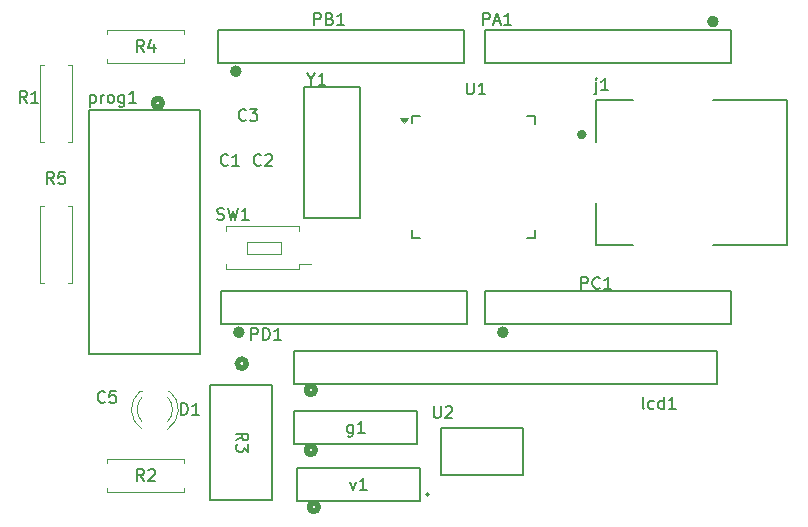
<source format=gbr>
%TF.GenerationSoftware,KiCad,Pcbnew,8.0.4*%
%TF.CreationDate,2024-08-01T20:05:25+05:30*%
%TF.ProjectId,Atmega32,41746d65-6761-4333-922e-6b696361645f,rev?*%
%TF.SameCoordinates,Original*%
%TF.FileFunction,Legend,Top*%
%TF.FilePolarity,Positive*%
%FSLAX46Y46*%
G04 Gerber Fmt 4.6, Leading zero omitted, Abs format (unit mm)*
G04 Created by KiCad (PCBNEW 8.0.4) date 2024-08-01 20:05:25*
%MOMM*%
%LPD*%
G01*
G04 APERTURE LIST*
%ADD10C,0.150000*%
%ADD11C,0.152400*%
%ADD12C,0.508000*%
%ADD13C,0.120000*%
%ADD14C,0.200000*%
%ADD15C,0.400000*%
G04 APERTURE END LIST*
D10*
X138303238Y-45508152D02*
X138303238Y-46508152D01*
X138303238Y-45555771D02*
X138398476Y-45508152D01*
X138398476Y-45508152D02*
X138588952Y-45508152D01*
X138588952Y-45508152D02*
X138684190Y-45555771D01*
X138684190Y-45555771D02*
X138731809Y-45603390D01*
X138731809Y-45603390D02*
X138779428Y-45698628D01*
X138779428Y-45698628D02*
X138779428Y-45984342D01*
X138779428Y-45984342D02*
X138731809Y-46079580D01*
X138731809Y-46079580D02*
X138684190Y-46127200D01*
X138684190Y-46127200D02*
X138588952Y-46174819D01*
X138588952Y-46174819D02*
X138398476Y-46174819D01*
X138398476Y-46174819D02*
X138303238Y-46127200D01*
X139208000Y-46174819D02*
X139208000Y-45508152D01*
X139208000Y-45698628D02*
X139255619Y-45603390D01*
X139255619Y-45603390D02*
X139303238Y-45555771D01*
X139303238Y-45555771D02*
X139398476Y-45508152D01*
X139398476Y-45508152D02*
X139493714Y-45508152D01*
X139969905Y-46174819D02*
X139874667Y-46127200D01*
X139874667Y-46127200D02*
X139827048Y-46079580D01*
X139827048Y-46079580D02*
X139779429Y-45984342D01*
X139779429Y-45984342D02*
X139779429Y-45698628D01*
X139779429Y-45698628D02*
X139827048Y-45603390D01*
X139827048Y-45603390D02*
X139874667Y-45555771D01*
X139874667Y-45555771D02*
X139969905Y-45508152D01*
X139969905Y-45508152D02*
X140112762Y-45508152D01*
X140112762Y-45508152D02*
X140208000Y-45555771D01*
X140208000Y-45555771D02*
X140255619Y-45603390D01*
X140255619Y-45603390D02*
X140303238Y-45698628D01*
X140303238Y-45698628D02*
X140303238Y-45984342D01*
X140303238Y-45984342D02*
X140255619Y-46079580D01*
X140255619Y-46079580D02*
X140208000Y-46127200D01*
X140208000Y-46127200D02*
X140112762Y-46174819D01*
X140112762Y-46174819D02*
X139969905Y-46174819D01*
X141160381Y-45508152D02*
X141160381Y-46317676D01*
X141160381Y-46317676D02*
X141112762Y-46412914D01*
X141112762Y-46412914D02*
X141065143Y-46460533D01*
X141065143Y-46460533D02*
X140969905Y-46508152D01*
X140969905Y-46508152D02*
X140827048Y-46508152D01*
X140827048Y-46508152D02*
X140731810Y-46460533D01*
X141160381Y-46127200D02*
X141065143Y-46174819D01*
X141065143Y-46174819D02*
X140874667Y-46174819D01*
X140874667Y-46174819D02*
X140779429Y-46127200D01*
X140779429Y-46127200D02*
X140731810Y-46079580D01*
X140731810Y-46079580D02*
X140684191Y-45984342D01*
X140684191Y-45984342D02*
X140684191Y-45698628D01*
X140684191Y-45698628D02*
X140731810Y-45603390D01*
X140731810Y-45603390D02*
X140779429Y-45555771D01*
X140779429Y-45555771D02*
X140874667Y-45508152D01*
X140874667Y-45508152D02*
X141065143Y-45508152D01*
X141065143Y-45508152D02*
X141160381Y-45555771D01*
X142160381Y-46174819D02*
X141588953Y-46174819D01*
X141874667Y-46174819D02*
X141874667Y-45174819D01*
X141874667Y-45174819D02*
X141779429Y-45317676D01*
X141779429Y-45317676D02*
X141684191Y-45412914D01*
X141684191Y-45412914D02*
X141588953Y-45460533D01*
X151471333Y-47603580D02*
X151423714Y-47651200D01*
X151423714Y-47651200D02*
X151280857Y-47698819D01*
X151280857Y-47698819D02*
X151185619Y-47698819D01*
X151185619Y-47698819D02*
X151042762Y-47651200D01*
X151042762Y-47651200D02*
X150947524Y-47555961D01*
X150947524Y-47555961D02*
X150899905Y-47460723D01*
X150899905Y-47460723D02*
X150852286Y-47270247D01*
X150852286Y-47270247D02*
X150852286Y-47127390D01*
X150852286Y-47127390D02*
X150899905Y-46936914D01*
X150899905Y-46936914D02*
X150947524Y-46841676D01*
X150947524Y-46841676D02*
X151042762Y-46746438D01*
X151042762Y-46746438D02*
X151185619Y-46698819D01*
X151185619Y-46698819D02*
X151280857Y-46698819D01*
X151280857Y-46698819D02*
X151423714Y-46746438D01*
X151423714Y-46746438D02*
X151471333Y-46794057D01*
X151804667Y-46698819D02*
X152423714Y-46698819D01*
X152423714Y-46698819D02*
X152090381Y-47079771D01*
X152090381Y-47079771D02*
X152233238Y-47079771D01*
X152233238Y-47079771D02*
X152328476Y-47127390D01*
X152328476Y-47127390D02*
X152376095Y-47175009D01*
X152376095Y-47175009D02*
X152423714Y-47270247D01*
X152423714Y-47270247D02*
X152423714Y-47508342D01*
X152423714Y-47508342D02*
X152376095Y-47603580D01*
X152376095Y-47603580D02*
X152328476Y-47651200D01*
X152328476Y-47651200D02*
X152233238Y-47698819D01*
X152233238Y-47698819D02*
X151947524Y-47698819D01*
X151947524Y-47698819D02*
X151852286Y-47651200D01*
X151852286Y-47651200D02*
X151804667Y-47603580D01*
X171553333Y-39570819D02*
X171553333Y-38570819D01*
X171553333Y-38570819D02*
X171934285Y-38570819D01*
X171934285Y-38570819D02*
X172029523Y-38618438D01*
X172029523Y-38618438D02*
X172077142Y-38666057D01*
X172077142Y-38666057D02*
X172124761Y-38761295D01*
X172124761Y-38761295D02*
X172124761Y-38904152D01*
X172124761Y-38904152D02*
X172077142Y-38999390D01*
X172077142Y-38999390D02*
X172029523Y-39047009D01*
X172029523Y-39047009D02*
X171934285Y-39094628D01*
X171934285Y-39094628D02*
X171553333Y-39094628D01*
X172505714Y-39285104D02*
X172981904Y-39285104D01*
X172410476Y-39570819D02*
X172743809Y-38570819D01*
X172743809Y-38570819D02*
X173077142Y-39570819D01*
X173934285Y-39570819D02*
X173362857Y-39570819D01*
X173648571Y-39570819D02*
X173648571Y-38570819D01*
X173648571Y-38570819D02*
X173553333Y-38713676D01*
X173553333Y-38713676D02*
X173458095Y-38808914D01*
X173458095Y-38808914D02*
X173362857Y-38856533D01*
X150675180Y-74763333D02*
X151151371Y-74430000D01*
X150675180Y-74191905D02*
X151675180Y-74191905D01*
X151675180Y-74191905D02*
X151675180Y-74572857D01*
X151675180Y-74572857D02*
X151627561Y-74668095D01*
X151627561Y-74668095D02*
X151579942Y-74715714D01*
X151579942Y-74715714D02*
X151484704Y-74763333D01*
X151484704Y-74763333D02*
X151341847Y-74763333D01*
X151341847Y-74763333D02*
X151246609Y-74715714D01*
X151246609Y-74715714D02*
X151198990Y-74668095D01*
X151198990Y-74668095D02*
X151151371Y-74572857D01*
X151151371Y-74572857D02*
X151151371Y-74191905D01*
X151675180Y-75096667D02*
X151675180Y-75715714D01*
X151675180Y-75715714D02*
X151294228Y-75382381D01*
X151294228Y-75382381D02*
X151294228Y-75525238D01*
X151294228Y-75525238D02*
X151246609Y-75620476D01*
X151246609Y-75620476D02*
X151198990Y-75668095D01*
X151198990Y-75668095D02*
X151103752Y-75715714D01*
X151103752Y-75715714D02*
X150865657Y-75715714D01*
X150865657Y-75715714D02*
X150770419Y-75668095D01*
X150770419Y-75668095D02*
X150722800Y-75620476D01*
X150722800Y-75620476D02*
X150675180Y-75525238D01*
X150675180Y-75525238D02*
X150675180Y-75239524D01*
X150675180Y-75239524D02*
X150722800Y-75144286D01*
X150722800Y-75144286D02*
X150770419Y-75096667D01*
X145985905Y-72590819D02*
X145985905Y-71590819D01*
X145985905Y-71590819D02*
X146224000Y-71590819D01*
X146224000Y-71590819D02*
X146366857Y-71638438D01*
X146366857Y-71638438D02*
X146462095Y-71733676D01*
X146462095Y-71733676D02*
X146509714Y-71828914D01*
X146509714Y-71828914D02*
X146557333Y-72019390D01*
X146557333Y-72019390D02*
X146557333Y-72162247D01*
X146557333Y-72162247D02*
X146509714Y-72352723D01*
X146509714Y-72352723D02*
X146462095Y-72447961D01*
X146462095Y-72447961D02*
X146366857Y-72543200D01*
X146366857Y-72543200D02*
X146224000Y-72590819D01*
X146224000Y-72590819D02*
X145985905Y-72590819D01*
X147509714Y-72590819D02*
X146938286Y-72590819D01*
X147224000Y-72590819D02*
X147224000Y-71590819D01*
X147224000Y-71590819D02*
X147128762Y-71733676D01*
X147128762Y-71733676D02*
X147033524Y-71828914D01*
X147033524Y-71828914D02*
X146938286Y-71876533D01*
X151923905Y-66240819D02*
X151923905Y-65240819D01*
X151923905Y-65240819D02*
X152304857Y-65240819D01*
X152304857Y-65240819D02*
X152400095Y-65288438D01*
X152400095Y-65288438D02*
X152447714Y-65336057D01*
X152447714Y-65336057D02*
X152495333Y-65431295D01*
X152495333Y-65431295D02*
X152495333Y-65574152D01*
X152495333Y-65574152D02*
X152447714Y-65669390D01*
X152447714Y-65669390D02*
X152400095Y-65717009D01*
X152400095Y-65717009D02*
X152304857Y-65764628D01*
X152304857Y-65764628D02*
X151923905Y-65764628D01*
X152923905Y-66240819D02*
X152923905Y-65240819D01*
X152923905Y-65240819D02*
X153162000Y-65240819D01*
X153162000Y-65240819D02*
X153304857Y-65288438D01*
X153304857Y-65288438D02*
X153400095Y-65383676D01*
X153400095Y-65383676D02*
X153447714Y-65478914D01*
X153447714Y-65478914D02*
X153495333Y-65669390D01*
X153495333Y-65669390D02*
X153495333Y-65812247D01*
X153495333Y-65812247D02*
X153447714Y-66002723D01*
X153447714Y-66002723D02*
X153400095Y-66097961D01*
X153400095Y-66097961D02*
X153304857Y-66193200D01*
X153304857Y-66193200D02*
X153162000Y-66240819D01*
X153162000Y-66240819D02*
X152923905Y-66240819D01*
X154447714Y-66240819D02*
X153876286Y-66240819D01*
X154162000Y-66240819D02*
X154162000Y-65240819D01*
X154162000Y-65240819D02*
X154066762Y-65383676D01*
X154066762Y-65383676D02*
X153971524Y-65478914D01*
X153971524Y-65478914D02*
X153876286Y-65526533D01*
X132929333Y-46174819D02*
X132596000Y-45698628D01*
X132357905Y-46174819D02*
X132357905Y-45174819D01*
X132357905Y-45174819D02*
X132738857Y-45174819D01*
X132738857Y-45174819D02*
X132834095Y-45222438D01*
X132834095Y-45222438D02*
X132881714Y-45270057D01*
X132881714Y-45270057D02*
X132929333Y-45365295D01*
X132929333Y-45365295D02*
X132929333Y-45508152D01*
X132929333Y-45508152D02*
X132881714Y-45603390D01*
X132881714Y-45603390D02*
X132834095Y-45651009D01*
X132834095Y-45651009D02*
X132738857Y-45698628D01*
X132738857Y-45698628D02*
X132357905Y-45698628D01*
X133881714Y-46174819D02*
X133310286Y-46174819D01*
X133596000Y-46174819D02*
X133596000Y-45174819D01*
X133596000Y-45174819D02*
X133500762Y-45317676D01*
X133500762Y-45317676D02*
X133405524Y-45412914D01*
X133405524Y-45412914D02*
X133310286Y-45460533D01*
X149947333Y-51413580D02*
X149899714Y-51461200D01*
X149899714Y-51461200D02*
X149756857Y-51508819D01*
X149756857Y-51508819D02*
X149661619Y-51508819D01*
X149661619Y-51508819D02*
X149518762Y-51461200D01*
X149518762Y-51461200D02*
X149423524Y-51365961D01*
X149423524Y-51365961D02*
X149375905Y-51270723D01*
X149375905Y-51270723D02*
X149328286Y-51080247D01*
X149328286Y-51080247D02*
X149328286Y-50937390D01*
X149328286Y-50937390D02*
X149375905Y-50746914D01*
X149375905Y-50746914D02*
X149423524Y-50651676D01*
X149423524Y-50651676D02*
X149518762Y-50556438D01*
X149518762Y-50556438D02*
X149661619Y-50508819D01*
X149661619Y-50508819D02*
X149756857Y-50508819D01*
X149756857Y-50508819D02*
X149899714Y-50556438D01*
X149899714Y-50556438D02*
X149947333Y-50604057D01*
X150899714Y-51508819D02*
X150328286Y-51508819D01*
X150614000Y-51508819D02*
X150614000Y-50508819D01*
X150614000Y-50508819D02*
X150518762Y-50651676D01*
X150518762Y-50651676D02*
X150423524Y-50746914D01*
X150423524Y-50746914D02*
X150328286Y-50794533D01*
X149034667Y-56033200D02*
X149177524Y-56080819D01*
X149177524Y-56080819D02*
X149415619Y-56080819D01*
X149415619Y-56080819D02*
X149510857Y-56033200D01*
X149510857Y-56033200D02*
X149558476Y-55985580D01*
X149558476Y-55985580D02*
X149606095Y-55890342D01*
X149606095Y-55890342D02*
X149606095Y-55795104D01*
X149606095Y-55795104D02*
X149558476Y-55699866D01*
X149558476Y-55699866D02*
X149510857Y-55652247D01*
X149510857Y-55652247D02*
X149415619Y-55604628D01*
X149415619Y-55604628D02*
X149225143Y-55557009D01*
X149225143Y-55557009D02*
X149129905Y-55509390D01*
X149129905Y-55509390D02*
X149082286Y-55461771D01*
X149082286Y-55461771D02*
X149034667Y-55366533D01*
X149034667Y-55366533D02*
X149034667Y-55271295D01*
X149034667Y-55271295D02*
X149082286Y-55176057D01*
X149082286Y-55176057D02*
X149129905Y-55128438D01*
X149129905Y-55128438D02*
X149225143Y-55080819D01*
X149225143Y-55080819D02*
X149463238Y-55080819D01*
X149463238Y-55080819D02*
X149606095Y-55128438D01*
X149939429Y-55080819D02*
X150177524Y-56080819D01*
X150177524Y-56080819D02*
X150368000Y-55366533D01*
X150368000Y-55366533D02*
X150558476Y-56080819D01*
X150558476Y-56080819D02*
X150796572Y-55080819D01*
X151701333Y-56080819D02*
X151129905Y-56080819D01*
X151415619Y-56080819D02*
X151415619Y-55080819D01*
X151415619Y-55080819D02*
X151320381Y-55223676D01*
X151320381Y-55223676D02*
X151225143Y-55318914D01*
X151225143Y-55318914D02*
X151129905Y-55366533D01*
X152741333Y-51413580D02*
X152693714Y-51461200D01*
X152693714Y-51461200D02*
X152550857Y-51508819D01*
X152550857Y-51508819D02*
X152455619Y-51508819D01*
X152455619Y-51508819D02*
X152312762Y-51461200D01*
X152312762Y-51461200D02*
X152217524Y-51365961D01*
X152217524Y-51365961D02*
X152169905Y-51270723D01*
X152169905Y-51270723D02*
X152122286Y-51080247D01*
X152122286Y-51080247D02*
X152122286Y-50937390D01*
X152122286Y-50937390D02*
X152169905Y-50746914D01*
X152169905Y-50746914D02*
X152217524Y-50651676D01*
X152217524Y-50651676D02*
X152312762Y-50556438D01*
X152312762Y-50556438D02*
X152455619Y-50508819D01*
X152455619Y-50508819D02*
X152550857Y-50508819D01*
X152550857Y-50508819D02*
X152693714Y-50556438D01*
X152693714Y-50556438D02*
X152741333Y-50604057D01*
X153122286Y-50604057D02*
X153169905Y-50556438D01*
X153169905Y-50556438D02*
X153265143Y-50508819D01*
X153265143Y-50508819D02*
X153503238Y-50508819D01*
X153503238Y-50508819D02*
X153598476Y-50556438D01*
X153598476Y-50556438D02*
X153646095Y-50604057D01*
X153646095Y-50604057D02*
X153693714Y-50699295D01*
X153693714Y-50699295D02*
X153693714Y-50794533D01*
X153693714Y-50794533D02*
X153646095Y-50937390D01*
X153646095Y-50937390D02*
X153074667Y-51508819D01*
X153074667Y-51508819D02*
X153693714Y-51508819D01*
X179863905Y-61922819D02*
X179863905Y-60922819D01*
X179863905Y-60922819D02*
X180244857Y-60922819D01*
X180244857Y-60922819D02*
X180340095Y-60970438D01*
X180340095Y-60970438D02*
X180387714Y-61018057D01*
X180387714Y-61018057D02*
X180435333Y-61113295D01*
X180435333Y-61113295D02*
X180435333Y-61256152D01*
X180435333Y-61256152D02*
X180387714Y-61351390D01*
X180387714Y-61351390D02*
X180340095Y-61399009D01*
X180340095Y-61399009D02*
X180244857Y-61446628D01*
X180244857Y-61446628D02*
X179863905Y-61446628D01*
X181435333Y-61827580D02*
X181387714Y-61875200D01*
X181387714Y-61875200D02*
X181244857Y-61922819D01*
X181244857Y-61922819D02*
X181149619Y-61922819D01*
X181149619Y-61922819D02*
X181006762Y-61875200D01*
X181006762Y-61875200D02*
X180911524Y-61779961D01*
X180911524Y-61779961D02*
X180863905Y-61684723D01*
X180863905Y-61684723D02*
X180816286Y-61494247D01*
X180816286Y-61494247D02*
X180816286Y-61351390D01*
X180816286Y-61351390D02*
X180863905Y-61160914D01*
X180863905Y-61160914D02*
X180911524Y-61065676D01*
X180911524Y-61065676D02*
X181006762Y-60970438D01*
X181006762Y-60970438D02*
X181149619Y-60922819D01*
X181149619Y-60922819D02*
X181244857Y-60922819D01*
X181244857Y-60922819D02*
X181387714Y-60970438D01*
X181387714Y-60970438D02*
X181435333Y-61018057D01*
X182387714Y-61922819D02*
X181816286Y-61922819D01*
X182102000Y-61922819D02*
X182102000Y-60922819D01*
X182102000Y-60922819D02*
X182006762Y-61065676D01*
X182006762Y-61065676D02*
X181911524Y-61160914D01*
X181911524Y-61160914D02*
X181816286Y-61208533D01*
X185197904Y-72082819D02*
X185102666Y-72035200D01*
X185102666Y-72035200D02*
X185055047Y-71939961D01*
X185055047Y-71939961D02*
X185055047Y-71082819D01*
X186007428Y-72035200D02*
X185912190Y-72082819D01*
X185912190Y-72082819D02*
X185721714Y-72082819D01*
X185721714Y-72082819D02*
X185626476Y-72035200D01*
X185626476Y-72035200D02*
X185578857Y-71987580D01*
X185578857Y-71987580D02*
X185531238Y-71892342D01*
X185531238Y-71892342D02*
X185531238Y-71606628D01*
X185531238Y-71606628D02*
X185578857Y-71511390D01*
X185578857Y-71511390D02*
X185626476Y-71463771D01*
X185626476Y-71463771D02*
X185721714Y-71416152D01*
X185721714Y-71416152D02*
X185912190Y-71416152D01*
X185912190Y-71416152D02*
X186007428Y-71463771D01*
X186864571Y-72082819D02*
X186864571Y-71082819D01*
X186864571Y-72035200D02*
X186769333Y-72082819D01*
X186769333Y-72082819D02*
X186578857Y-72082819D01*
X186578857Y-72082819D02*
X186483619Y-72035200D01*
X186483619Y-72035200D02*
X186436000Y-71987580D01*
X186436000Y-71987580D02*
X186388381Y-71892342D01*
X186388381Y-71892342D02*
X186388381Y-71606628D01*
X186388381Y-71606628D02*
X186436000Y-71511390D01*
X186436000Y-71511390D02*
X186483619Y-71463771D01*
X186483619Y-71463771D02*
X186578857Y-71416152D01*
X186578857Y-71416152D02*
X186769333Y-71416152D01*
X186769333Y-71416152D02*
X186864571Y-71463771D01*
X187864571Y-72082819D02*
X187293143Y-72082819D01*
X187578857Y-72082819D02*
X187578857Y-71082819D01*
X187578857Y-71082819D02*
X187483619Y-71225676D01*
X187483619Y-71225676D02*
X187388381Y-71320914D01*
X187388381Y-71320914D02*
X187293143Y-71368533D01*
X167386095Y-71844819D02*
X167386095Y-72654342D01*
X167386095Y-72654342D02*
X167433714Y-72749580D01*
X167433714Y-72749580D02*
X167481333Y-72797200D01*
X167481333Y-72797200D02*
X167576571Y-72844819D01*
X167576571Y-72844819D02*
X167767047Y-72844819D01*
X167767047Y-72844819D02*
X167862285Y-72797200D01*
X167862285Y-72797200D02*
X167909904Y-72749580D01*
X167909904Y-72749580D02*
X167957523Y-72654342D01*
X167957523Y-72654342D02*
X167957523Y-71844819D01*
X168386095Y-71940057D02*
X168433714Y-71892438D01*
X168433714Y-71892438D02*
X168528952Y-71844819D01*
X168528952Y-71844819D02*
X168767047Y-71844819D01*
X168767047Y-71844819D02*
X168862285Y-71892438D01*
X168862285Y-71892438D02*
X168909904Y-71940057D01*
X168909904Y-71940057D02*
X168957523Y-72035295D01*
X168957523Y-72035295D02*
X168957523Y-72130533D01*
X168957523Y-72130533D02*
X168909904Y-72273390D01*
X168909904Y-72273390D02*
X168338476Y-72844819D01*
X168338476Y-72844819D02*
X168957523Y-72844819D01*
X181133810Y-44448152D02*
X181133810Y-45305295D01*
X181133810Y-45305295D02*
X181086191Y-45400533D01*
X181086191Y-45400533D02*
X180990953Y-45448152D01*
X180990953Y-45448152D02*
X180943334Y-45448152D01*
X181133810Y-44114819D02*
X181086191Y-44162438D01*
X181086191Y-44162438D02*
X181133810Y-44210057D01*
X181133810Y-44210057D02*
X181181429Y-44162438D01*
X181181429Y-44162438D02*
X181133810Y-44114819D01*
X181133810Y-44114819D02*
X181133810Y-44210057D01*
X182133809Y-45114819D02*
X181562381Y-45114819D01*
X181848095Y-45114819D02*
X181848095Y-44114819D01*
X181848095Y-44114819D02*
X181752857Y-44257676D01*
X181752857Y-44257676D02*
X181657619Y-44352914D01*
X181657619Y-44352914D02*
X181562381Y-44400533D01*
X157257905Y-39570819D02*
X157257905Y-38570819D01*
X157257905Y-38570819D02*
X157638857Y-38570819D01*
X157638857Y-38570819D02*
X157734095Y-38618438D01*
X157734095Y-38618438D02*
X157781714Y-38666057D01*
X157781714Y-38666057D02*
X157829333Y-38761295D01*
X157829333Y-38761295D02*
X157829333Y-38904152D01*
X157829333Y-38904152D02*
X157781714Y-38999390D01*
X157781714Y-38999390D02*
X157734095Y-39047009D01*
X157734095Y-39047009D02*
X157638857Y-39094628D01*
X157638857Y-39094628D02*
X157257905Y-39094628D01*
X158591238Y-39047009D02*
X158734095Y-39094628D01*
X158734095Y-39094628D02*
X158781714Y-39142247D01*
X158781714Y-39142247D02*
X158829333Y-39237485D01*
X158829333Y-39237485D02*
X158829333Y-39380342D01*
X158829333Y-39380342D02*
X158781714Y-39475580D01*
X158781714Y-39475580D02*
X158734095Y-39523200D01*
X158734095Y-39523200D02*
X158638857Y-39570819D01*
X158638857Y-39570819D02*
X158257905Y-39570819D01*
X158257905Y-39570819D02*
X158257905Y-38570819D01*
X158257905Y-38570819D02*
X158591238Y-38570819D01*
X158591238Y-38570819D02*
X158686476Y-38618438D01*
X158686476Y-38618438D02*
X158734095Y-38666057D01*
X158734095Y-38666057D02*
X158781714Y-38761295D01*
X158781714Y-38761295D02*
X158781714Y-38856533D01*
X158781714Y-38856533D02*
X158734095Y-38951771D01*
X158734095Y-38951771D02*
X158686476Y-38999390D01*
X158686476Y-38999390D02*
X158591238Y-39047009D01*
X158591238Y-39047009D02*
X158257905Y-39047009D01*
X159781714Y-39570819D02*
X159210286Y-39570819D01*
X159496000Y-39570819D02*
X159496000Y-38570819D01*
X159496000Y-38570819D02*
X159400762Y-38713676D01*
X159400762Y-38713676D02*
X159305524Y-38808914D01*
X159305524Y-38808914D02*
X159210286Y-38856533D01*
X135215333Y-53032819D02*
X134882000Y-52556628D01*
X134643905Y-53032819D02*
X134643905Y-52032819D01*
X134643905Y-52032819D02*
X135024857Y-52032819D01*
X135024857Y-52032819D02*
X135120095Y-52080438D01*
X135120095Y-52080438D02*
X135167714Y-52128057D01*
X135167714Y-52128057D02*
X135215333Y-52223295D01*
X135215333Y-52223295D02*
X135215333Y-52366152D01*
X135215333Y-52366152D02*
X135167714Y-52461390D01*
X135167714Y-52461390D02*
X135120095Y-52509009D01*
X135120095Y-52509009D02*
X135024857Y-52556628D01*
X135024857Y-52556628D02*
X134643905Y-52556628D01*
X136120095Y-52032819D02*
X135643905Y-52032819D01*
X135643905Y-52032819D02*
X135596286Y-52509009D01*
X135596286Y-52509009D02*
X135643905Y-52461390D01*
X135643905Y-52461390D02*
X135739143Y-52413771D01*
X135739143Y-52413771D02*
X135977238Y-52413771D01*
X135977238Y-52413771D02*
X136072476Y-52461390D01*
X136072476Y-52461390D02*
X136120095Y-52509009D01*
X136120095Y-52509009D02*
X136167714Y-52604247D01*
X136167714Y-52604247D02*
X136167714Y-52842342D01*
X136167714Y-52842342D02*
X136120095Y-52937580D01*
X136120095Y-52937580D02*
X136072476Y-52985200D01*
X136072476Y-52985200D02*
X135977238Y-53032819D01*
X135977238Y-53032819D02*
X135739143Y-53032819D01*
X135739143Y-53032819D02*
X135643905Y-52985200D01*
X135643905Y-52985200D02*
X135596286Y-52937580D01*
X160321714Y-78274152D02*
X160559809Y-78940819D01*
X160559809Y-78940819D02*
X160797904Y-78274152D01*
X161702666Y-78940819D02*
X161131238Y-78940819D01*
X161416952Y-78940819D02*
X161416952Y-77940819D01*
X161416952Y-77940819D02*
X161321714Y-78083676D01*
X161321714Y-78083676D02*
X161226476Y-78178914D01*
X161226476Y-78178914D02*
X161131238Y-78226533D01*
X139533333Y-71479580D02*
X139485714Y-71527200D01*
X139485714Y-71527200D02*
X139342857Y-71574819D01*
X139342857Y-71574819D02*
X139247619Y-71574819D01*
X139247619Y-71574819D02*
X139104762Y-71527200D01*
X139104762Y-71527200D02*
X139009524Y-71431961D01*
X139009524Y-71431961D02*
X138961905Y-71336723D01*
X138961905Y-71336723D02*
X138914286Y-71146247D01*
X138914286Y-71146247D02*
X138914286Y-71003390D01*
X138914286Y-71003390D02*
X138961905Y-70812914D01*
X138961905Y-70812914D02*
X139009524Y-70717676D01*
X139009524Y-70717676D02*
X139104762Y-70622438D01*
X139104762Y-70622438D02*
X139247619Y-70574819D01*
X139247619Y-70574819D02*
X139342857Y-70574819D01*
X139342857Y-70574819D02*
X139485714Y-70622438D01*
X139485714Y-70622438D02*
X139533333Y-70670057D01*
X140438095Y-70574819D02*
X139961905Y-70574819D01*
X139961905Y-70574819D02*
X139914286Y-71051009D01*
X139914286Y-71051009D02*
X139961905Y-71003390D01*
X139961905Y-71003390D02*
X140057143Y-70955771D01*
X140057143Y-70955771D02*
X140295238Y-70955771D01*
X140295238Y-70955771D02*
X140390476Y-71003390D01*
X140390476Y-71003390D02*
X140438095Y-71051009D01*
X140438095Y-71051009D02*
X140485714Y-71146247D01*
X140485714Y-71146247D02*
X140485714Y-71384342D01*
X140485714Y-71384342D02*
X140438095Y-71479580D01*
X140438095Y-71479580D02*
X140390476Y-71527200D01*
X140390476Y-71527200D02*
X140295238Y-71574819D01*
X140295238Y-71574819D02*
X140057143Y-71574819D01*
X140057143Y-71574819D02*
X139961905Y-71527200D01*
X139961905Y-71527200D02*
X139914286Y-71479580D01*
X157003809Y-44174628D02*
X157003809Y-44650819D01*
X156670476Y-43650819D02*
X157003809Y-44174628D01*
X157003809Y-44174628D02*
X157337142Y-43650819D01*
X158194285Y-44650819D02*
X157622857Y-44650819D01*
X157908571Y-44650819D02*
X157908571Y-43650819D01*
X157908571Y-43650819D02*
X157813333Y-43793676D01*
X157813333Y-43793676D02*
X157718095Y-43888914D01*
X157718095Y-43888914D02*
X157622857Y-43936533D01*
X142835333Y-41856819D02*
X142502000Y-41380628D01*
X142263905Y-41856819D02*
X142263905Y-40856819D01*
X142263905Y-40856819D02*
X142644857Y-40856819D01*
X142644857Y-40856819D02*
X142740095Y-40904438D01*
X142740095Y-40904438D02*
X142787714Y-40952057D01*
X142787714Y-40952057D02*
X142835333Y-41047295D01*
X142835333Y-41047295D02*
X142835333Y-41190152D01*
X142835333Y-41190152D02*
X142787714Y-41285390D01*
X142787714Y-41285390D02*
X142740095Y-41333009D01*
X142740095Y-41333009D02*
X142644857Y-41380628D01*
X142644857Y-41380628D02*
X142263905Y-41380628D01*
X143692476Y-41190152D02*
X143692476Y-41856819D01*
X143454381Y-40809200D02*
X143216286Y-41523485D01*
X143216286Y-41523485D02*
X143835333Y-41523485D01*
X170180095Y-44470819D02*
X170180095Y-45280342D01*
X170180095Y-45280342D02*
X170227714Y-45375580D01*
X170227714Y-45375580D02*
X170275333Y-45423200D01*
X170275333Y-45423200D02*
X170370571Y-45470819D01*
X170370571Y-45470819D02*
X170561047Y-45470819D01*
X170561047Y-45470819D02*
X170656285Y-45423200D01*
X170656285Y-45423200D02*
X170703904Y-45375580D01*
X170703904Y-45375580D02*
X170751523Y-45280342D01*
X170751523Y-45280342D02*
X170751523Y-44470819D01*
X171751523Y-45470819D02*
X171180095Y-45470819D01*
X171465809Y-45470819D02*
X171465809Y-44470819D01*
X171465809Y-44470819D02*
X171370571Y-44613676D01*
X171370571Y-44613676D02*
X171275333Y-44708914D01*
X171275333Y-44708914D02*
X171180095Y-44756533D01*
X160520095Y-73448152D02*
X160520095Y-74257676D01*
X160520095Y-74257676D02*
X160472476Y-74352914D01*
X160472476Y-74352914D02*
X160424857Y-74400533D01*
X160424857Y-74400533D02*
X160329619Y-74448152D01*
X160329619Y-74448152D02*
X160186762Y-74448152D01*
X160186762Y-74448152D02*
X160091524Y-74400533D01*
X160520095Y-74067200D02*
X160424857Y-74114819D01*
X160424857Y-74114819D02*
X160234381Y-74114819D01*
X160234381Y-74114819D02*
X160139143Y-74067200D01*
X160139143Y-74067200D02*
X160091524Y-74019580D01*
X160091524Y-74019580D02*
X160043905Y-73924342D01*
X160043905Y-73924342D02*
X160043905Y-73638628D01*
X160043905Y-73638628D02*
X160091524Y-73543390D01*
X160091524Y-73543390D02*
X160139143Y-73495771D01*
X160139143Y-73495771D02*
X160234381Y-73448152D01*
X160234381Y-73448152D02*
X160424857Y-73448152D01*
X160424857Y-73448152D02*
X160520095Y-73495771D01*
X161520095Y-74114819D02*
X160948667Y-74114819D01*
X161234381Y-74114819D02*
X161234381Y-73114819D01*
X161234381Y-73114819D02*
X161139143Y-73257676D01*
X161139143Y-73257676D02*
X161043905Y-73352914D01*
X161043905Y-73352914D02*
X160948667Y-73400533D01*
X142835333Y-78178819D02*
X142502000Y-77702628D01*
X142263905Y-78178819D02*
X142263905Y-77178819D01*
X142263905Y-77178819D02*
X142644857Y-77178819D01*
X142644857Y-77178819D02*
X142740095Y-77226438D01*
X142740095Y-77226438D02*
X142787714Y-77274057D01*
X142787714Y-77274057D02*
X142835333Y-77369295D01*
X142835333Y-77369295D02*
X142835333Y-77512152D01*
X142835333Y-77512152D02*
X142787714Y-77607390D01*
X142787714Y-77607390D02*
X142740095Y-77655009D01*
X142740095Y-77655009D02*
X142644857Y-77702628D01*
X142644857Y-77702628D02*
X142263905Y-77702628D01*
X143216286Y-77274057D02*
X143263905Y-77226438D01*
X143263905Y-77226438D02*
X143359143Y-77178819D01*
X143359143Y-77178819D02*
X143597238Y-77178819D01*
X143597238Y-77178819D02*
X143692476Y-77226438D01*
X143692476Y-77226438D02*
X143740095Y-77274057D01*
X143740095Y-77274057D02*
X143787714Y-77369295D01*
X143787714Y-77369295D02*
X143787714Y-77464533D01*
X143787714Y-77464533D02*
X143740095Y-77607390D01*
X143740095Y-77607390D02*
X143168667Y-78178819D01*
X143168667Y-78178819D02*
X143787714Y-78178819D01*
D11*
%TO.C,prog1*%
X138226800Y-46824900D02*
X138226800Y-67475100D01*
X138226800Y-67475100D02*
X147574000Y-67475100D01*
X147574000Y-46824900D02*
X138226800Y-46824900D01*
X147574000Y-67475100D02*
X147574000Y-46824900D01*
D12*
X144399000Y-46189900D02*
G75*
G02*
X143637000Y-46189900I-381000J0D01*
G01*
X143637000Y-46189900D02*
G75*
G02*
X144399000Y-46189900I381000J0D01*
G01*
D11*
%TO.C,PA1*%
X171678600Y-40005000D02*
X171678600Y-42799000D01*
X171678600Y-42799000D02*
X192557400Y-42799000D01*
X192557400Y-40005000D02*
X171678600Y-40005000D01*
X192557400Y-42799000D02*
X192557400Y-40005000D01*
D12*
X191262000Y-39293800D02*
G75*
G02*
X190754000Y-39293800I-254000J0D01*
G01*
X190754000Y-39293800D02*
G75*
G02*
X191262000Y-39293800I254000J0D01*
G01*
D11*
%TO.C,R3*%
X148463000Y-70040500D02*
X148463000Y-79819500D01*
X148463000Y-79819500D02*
X153670000Y-79819500D01*
X153670000Y-70040500D02*
X148463000Y-70040500D01*
X153670000Y-79819500D02*
X153670000Y-70040500D01*
D12*
X151511000Y-68262500D02*
G75*
G02*
X150749000Y-68262500I-381000J0D01*
G01*
X150749000Y-68262500D02*
G75*
G02*
X151511000Y-68262500I381000J0D01*
G01*
D13*
%TO.C,D1*%
X142684000Y-70576000D02*
X142528000Y-70576000D01*
X145000000Y-70576000D02*
X144844000Y-70576000D01*
X142684163Y-73177130D02*
G75*
G02*
X142684000Y-71095039I1079837J1041130D01*
G01*
X142685392Y-73808335D02*
G75*
G02*
X142528484Y-70576000I1078608J1672335D01*
G01*
X144844000Y-71095039D02*
G75*
G02*
X144843837Y-73177130I-1080000J-1040961D01*
G01*
X144999516Y-70576000D02*
G75*
G02*
X144842608Y-73808335I-1235516J-1560000D01*
G01*
D11*
%TO.C,PD1*%
X149326600Y-62103000D02*
X149326600Y-64897000D01*
X149326600Y-64897000D02*
X170205400Y-64897000D01*
X170205400Y-62103000D02*
X149326600Y-62103000D01*
X170205400Y-64897000D02*
X170205400Y-62103000D01*
D12*
X151130000Y-65608200D02*
G75*
G02*
X150622000Y-65608200I-254000J0D01*
G01*
X150622000Y-65608200D02*
G75*
G02*
X151130000Y-65608200I254000J0D01*
G01*
D13*
%TO.C,R1*%
X134012000Y-42958000D02*
X134012000Y-49498000D01*
X134012000Y-49498000D02*
X134342000Y-49498000D01*
X134342000Y-42958000D02*
X134012000Y-42958000D01*
X136422000Y-42958000D02*
X136752000Y-42958000D01*
X136752000Y-42958000D02*
X136752000Y-49498000D01*
X136752000Y-49498000D02*
X136422000Y-49498000D01*
%TO.C,SW1*%
X149808000Y-57030000D02*
X149808000Y-56570000D01*
X149808000Y-60270000D02*
X149808000Y-59810000D01*
X149808000Y-60270000D02*
X156008000Y-60270000D01*
X156008000Y-56570000D02*
X149808000Y-56570000D01*
X156008000Y-57030000D02*
X156008000Y-56570000D01*
X156008000Y-59810000D02*
X157008000Y-59810000D01*
X156008000Y-60270000D02*
X156008000Y-59810000D01*
X154408000Y-58970000D02*
X151558000Y-58970000D01*
X151558000Y-57920000D01*
X154408000Y-57920000D01*
X154408000Y-58970000D01*
D11*
%TO.C,PC1*%
X171678600Y-62103000D02*
X171678600Y-64897000D01*
X171678600Y-64897000D02*
X192557400Y-64897000D01*
X192557400Y-62103000D02*
X171678600Y-62103000D01*
X192557400Y-64897000D02*
X192557400Y-62103000D01*
D12*
X173482000Y-65608200D02*
G75*
G02*
X172974000Y-65608200I-254000J0D01*
G01*
X172974000Y-65608200D02*
G75*
G02*
X173482000Y-65608200I254000J0D01*
G01*
D11*
%TO.C,lcd1*%
X155575000Y-67183000D02*
X155575000Y-69977000D01*
X155575000Y-69977000D02*
X191389000Y-69977000D01*
X191389000Y-67183000D02*
X155575000Y-67183000D01*
X191389000Y-69977000D02*
X191389000Y-67183000D01*
D12*
X157353000Y-70485000D02*
G75*
G02*
X156591000Y-70485000I-381000J0D01*
G01*
X156591000Y-70485000D02*
G75*
G02*
X157353000Y-70485000I381000J0D01*
G01*
D11*
%TO.C,U2*%
X167982900Y-73723500D02*
X167982900Y-77660500D01*
X167982900Y-77660500D02*
X174917100Y-77660500D01*
X174917100Y-73723500D02*
X167982900Y-73723500D01*
X174917100Y-77660500D02*
X174917100Y-73723500D01*
X166966900Y-79336900D02*
G75*
G02*
X166712900Y-79336900I-127000J0D01*
G01*
X166712900Y-79336900D02*
G75*
G02*
X166966900Y-79336900I127000J0D01*
G01*
D14*
%TO.C,j1*%
X181114000Y-45950000D02*
X184214000Y-45950000D01*
X181114000Y-49470000D02*
X181114000Y-45950000D01*
X181114000Y-54670000D02*
X181114000Y-58190000D01*
X181114000Y-58190000D02*
X184214000Y-58190000D01*
X191014000Y-58190000D02*
X197314000Y-58190000D01*
X197314000Y-45950000D02*
X191014000Y-45950000D01*
X197314000Y-58190000D02*
X197314000Y-45950000D01*
D15*
X180114000Y-48870000D02*
G75*
G02*
X179714000Y-48870000I-200000J0D01*
G01*
X179714000Y-48870000D02*
G75*
G02*
X180114000Y-48870000I200000J0D01*
G01*
D11*
%TO.C,PB1*%
X149072600Y-40005000D02*
X149072600Y-42799000D01*
X149072600Y-42799000D02*
X169951400Y-42799000D01*
X169951400Y-40005000D02*
X149072600Y-40005000D01*
X169951400Y-42799000D02*
X169951400Y-40005000D01*
D12*
X150876000Y-43510200D02*
G75*
G02*
X150368000Y-43510200I-254000J0D01*
G01*
X150368000Y-43510200D02*
G75*
G02*
X150876000Y-43510200I254000J0D01*
G01*
D13*
%TO.C,R5*%
X134012000Y-54896000D02*
X134012000Y-61436000D01*
X134012000Y-61436000D02*
X134342000Y-61436000D01*
X134342000Y-54896000D02*
X134012000Y-54896000D01*
X136422000Y-54896000D02*
X136752000Y-54896000D01*
X136752000Y-54896000D02*
X136752000Y-61436000D01*
X136752000Y-61436000D02*
X136422000Y-61436000D01*
D11*
%TO.C,v1*%
X155829000Y-77089000D02*
X155829000Y-79883000D01*
X155829000Y-79883000D02*
X166243000Y-79883000D01*
X166243000Y-77089000D02*
X155829000Y-77089000D01*
X166243000Y-79883000D02*
X166243000Y-77089000D01*
D12*
X157607000Y-80391000D02*
G75*
G02*
X156845000Y-80391000I-381000J0D01*
G01*
X156845000Y-80391000D02*
G75*
G02*
X157607000Y-80391000I381000J0D01*
G01*
D11*
%TO.C,Y1*%
X156375100Y-44842100D02*
X156375100Y-55941900D01*
X156375100Y-44842100D02*
X161124900Y-44842100D01*
X156375100Y-55941900D02*
X161124900Y-55941900D01*
X161124900Y-44842100D02*
X161124900Y-55941900D01*
D13*
%TO.C,R4*%
X139732000Y-40032000D02*
X146272000Y-40032000D01*
X139732000Y-40362000D02*
X139732000Y-40032000D01*
X139732000Y-42442000D02*
X139732000Y-42772000D01*
X139732000Y-42772000D02*
X146272000Y-42772000D01*
X146272000Y-40032000D02*
X146272000Y-40362000D01*
X146272000Y-42772000D02*
X146272000Y-42442000D01*
D10*
%TO.C,U1*%
X165577000Y-47291000D02*
X165577000Y-47906000D01*
X165577000Y-47291000D02*
X166252000Y-47291000D01*
X165577000Y-57641000D02*
X165577000Y-56966000D01*
X165577000Y-57641000D02*
X166252000Y-57641000D01*
X175927000Y-47291000D02*
X175252000Y-47291000D01*
X175927000Y-47291000D02*
X175927000Y-47966000D01*
X175927000Y-57641000D02*
X175252000Y-57641000D01*
X175927000Y-57641000D02*
X175927000Y-56966000D01*
D13*
X164892000Y-47926000D02*
X164552000Y-47456000D01*
X165232000Y-47456000D01*
X164892000Y-47926000D01*
G36*
X164892000Y-47926000D02*
G01*
X164552000Y-47456000D01*
X165232000Y-47456000D01*
X164892000Y-47926000D01*
G37*
D11*
%TO.C,g1*%
X155575000Y-72263000D02*
X155575000Y-75057000D01*
X155575000Y-75057000D02*
X165989000Y-75057000D01*
X165989000Y-72263000D02*
X155575000Y-72263000D01*
X165989000Y-75057000D02*
X165989000Y-72263000D01*
D12*
X157353000Y-75565000D02*
G75*
G02*
X156591000Y-75565000I-381000J0D01*
G01*
X156591000Y-75565000D02*
G75*
G02*
X157353000Y-75565000I381000J0D01*
G01*
D13*
%TO.C,R2*%
X139732000Y-76354000D02*
X139732000Y-76684000D01*
X139732000Y-79094000D02*
X139732000Y-78764000D01*
X146272000Y-76354000D02*
X139732000Y-76354000D01*
X146272000Y-76684000D02*
X146272000Y-76354000D01*
X146272000Y-78764000D02*
X146272000Y-79094000D01*
X146272000Y-79094000D02*
X139732000Y-79094000D01*
%TD*%
M02*

</source>
